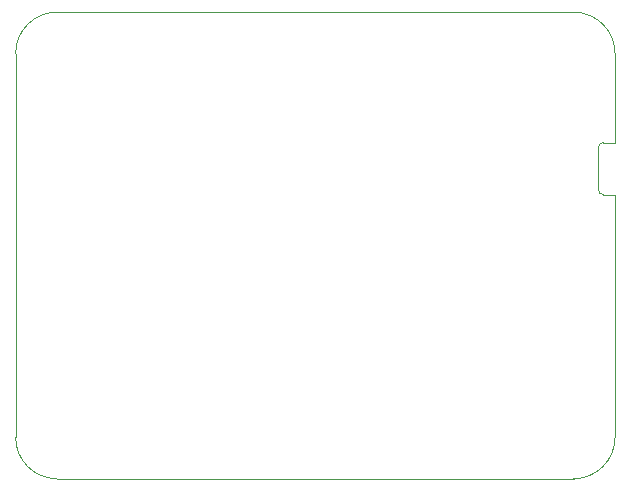
<source format=gm1>
%TF.GenerationSoftware,KiCad,Pcbnew,(6.0.7-1)-1*%
%TF.CreationDate,2022-08-15T15:41:10-06:00*%
%TF.ProjectId,bpf,6270662e-6b69-4636-9164-5f7063625858,1*%
%TF.SameCoordinates,Original*%
%TF.FileFunction,Profile,NP*%
%FSLAX46Y46*%
G04 Gerber Fmt 4.6, Leading zero omitted, Abs format (unit mm)*
G04 Created by KiCad (PCBNEW (6.0.7-1)-1) date 2022-08-15 15:41:10*
%MOMM*%
%LPD*%
G01*
G04 APERTURE LIST*
%TA.AperFunction,Profile*%
%ADD10C,0.100000*%
%TD*%
%TA.AperFunction,Profile*%
%ADD11C,0.120000*%
%TD*%
G04 APERTURE END LIST*
D10*
X125750000Y-94000000D02*
G75*
G03*
X122250000Y-90500000I-3500000J0D01*
G01*
X125750000Y-94000000D02*
X125750000Y-97250000D01*
X78500000Y-130000000D02*
X122250000Y-130000000D01*
X78500000Y-90500000D02*
G75*
G03*
X75000000Y-94000000I0J-3500000D01*
G01*
X125750000Y-110250000D02*
X125750000Y-126500000D01*
X122250000Y-130000000D02*
G75*
G03*
X125750000Y-126500000I0J3500000D01*
G01*
X75000000Y-126500000D02*
G75*
G03*
X78500000Y-130000000I3500000J0D01*
G01*
X122250000Y-90500000D02*
X78500000Y-90500000D01*
X75000000Y-94000000D02*
X75000000Y-126500000D01*
D11*
X124750000Y-101550000D02*
X125750000Y-101550000D01*
X125750000Y-105950000D02*
X125750000Y-110250000D01*
X124750000Y-105950000D02*
X125750000Y-105950000D01*
X125750000Y-101550000D02*
X125750000Y-97250000D01*
X124350000Y-101950000D02*
X124350000Y-105550000D01*
X124350000Y-105550000D02*
G75*
G03*
X124750000Y-105950000I400002J2D01*
G01*
X124750000Y-101550000D02*
G75*
G03*
X124350000Y-101950000I0J-400000D01*
G01*
M02*

</source>
